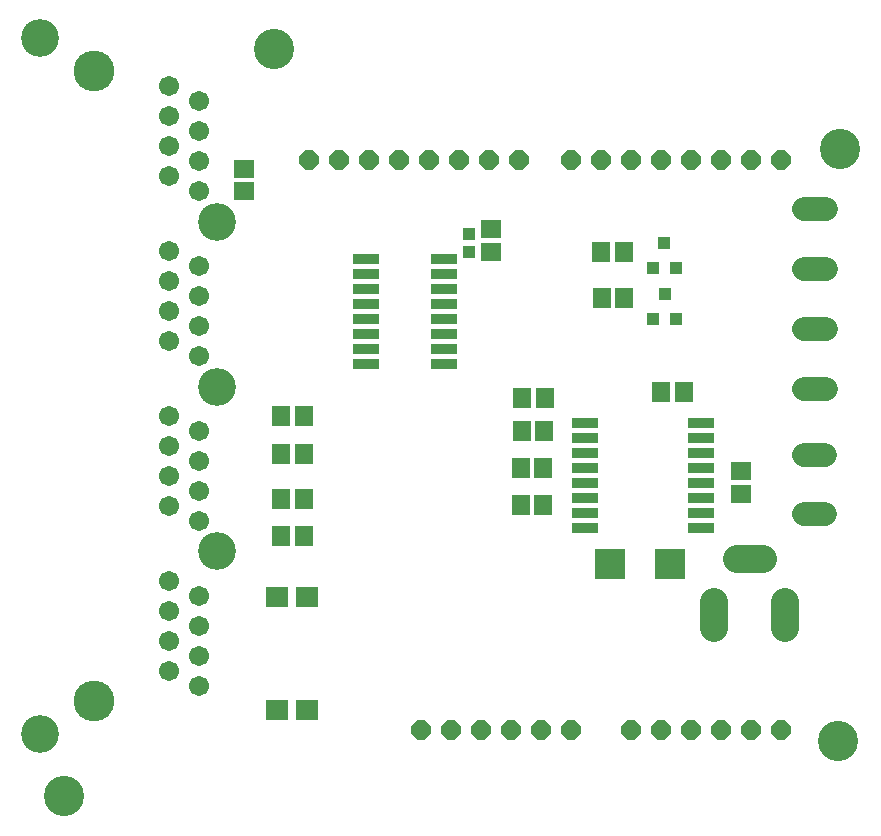
<source format=gts>
G75*
G70*
%OFA0B0*%
%FSLAX24Y24*%
%IPPOS*%
%LPD*%
%AMOC8*
5,1,8,0,0,1.08239X$1,22.5*
%
%ADD10C,0.1340*%
%ADD11OC8,0.0635*%
%ADD12R,0.0781X0.0690*%
%ADD13C,0.0940*%
%ADD14C,0.1360*%
%ADD15C,0.0698*%
%ADD16C,0.0674*%
%ADD17R,0.0592X0.0671*%
%ADD18R,0.0880X0.0340*%
%ADD19R,0.1025X0.1025*%
%ADD20R,0.0671X0.0592*%
%ADD21R,0.0395X0.0395*%
%ADD22R,0.0395X0.0434*%
%ADD23C,0.0790*%
%ADD24C,0.1261*%
D10*
X003141Y001216D03*
X028952Y003058D03*
X029015Y022776D03*
X010141Y026121D03*
D11*
X011301Y022410D03*
X012301Y022410D03*
X013301Y022410D03*
X014301Y022410D03*
X015301Y022410D03*
X016301Y022410D03*
X017301Y022410D03*
X018301Y022410D03*
X020051Y022410D03*
X021051Y022410D03*
X022051Y022410D03*
X023051Y022410D03*
X024051Y022410D03*
X025051Y022410D03*
X026051Y022410D03*
X027051Y022410D03*
X027051Y003410D03*
X026051Y003410D03*
X025051Y003410D03*
X024051Y003410D03*
X023051Y003410D03*
X022051Y003410D03*
X020051Y003410D03*
X019051Y003410D03*
X018051Y003410D03*
X017051Y003410D03*
X016051Y003410D03*
X015051Y003410D03*
D12*
X011234Y004080D03*
X010234Y004080D03*
X010234Y007836D03*
X011234Y007836D03*
D13*
X024825Y007671D02*
X024825Y006811D01*
X027187Y006811D02*
X027187Y007671D01*
X026436Y009131D02*
X025576Y009131D01*
D14*
X004141Y004371D03*
X004141Y025371D03*
D15*
X002342Y026469D03*
X008239Y020371D03*
X008239Y014871D03*
X008239Y009371D03*
X002342Y003273D03*
D16*
X006641Y005371D03*
X006641Y006371D03*
X006641Y007371D03*
X006641Y008371D03*
X007641Y007871D03*
X007641Y006871D03*
X007641Y005871D03*
X007641Y004871D03*
X007641Y010371D03*
X007641Y011371D03*
X007641Y012371D03*
X007641Y013371D03*
X006641Y013871D03*
X006641Y012871D03*
X006641Y011871D03*
X006641Y010871D03*
X007641Y015871D03*
X007641Y016871D03*
X007641Y017871D03*
X007641Y018871D03*
X006641Y019371D03*
X006641Y018371D03*
X006641Y017371D03*
X006641Y016371D03*
X007641Y021371D03*
X007641Y022371D03*
X007641Y023371D03*
X007641Y024371D03*
X006641Y024871D03*
X006641Y023871D03*
X006641Y022871D03*
X006641Y021871D03*
D17*
X010392Y013871D03*
X011140Y013871D03*
X011140Y012621D03*
X010392Y012621D03*
X010392Y011121D03*
X011140Y011121D03*
X011140Y009871D03*
X010392Y009871D03*
X018369Y010899D03*
X019117Y010899D03*
X019117Y012158D03*
X018369Y012158D03*
X018409Y013379D03*
X019157Y013379D03*
X019176Y014471D03*
X018428Y014471D03*
X021076Y017828D03*
X021824Y017828D03*
X021814Y019353D03*
X021066Y019353D03*
X023064Y014668D03*
X023812Y014668D03*
D18*
X024374Y013652D03*
X024374Y013152D03*
X024374Y012652D03*
X024374Y012152D03*
X024374Y011652D03*
X024374Y011152D03*
X024374Y010652D03*
X024374Y010152D03*
X020514Y010152D03*
X020514Y010652D03*
X020514Y011152D03*
X020514Y011652D03*
X020514Y012152D03*
X020514Y012652D03*
X020514Y013152D03*
X020514Y013652D03*
X015821Y015621D03*
X015821Y016121D03*
X015821Y016621D03*
X015821Y017121D03*
X015821Y017621D03*
X015821Y018121D03*
X015821Y018621D03*
X015821Y019121D03*
X013211Y019121D03*
X013211Y018621D03*
X013211Y018121D03*
X013211Y017621D03*
X013211Y017121D03*
X013211Y016621D03*
X013211Y016121D03*
X013211Y015621D03*
D19*
X021365Y008965D03*
X023334Y008965D03*
D20*
X025712Y011292D03*
X025712Y012040D03*
X017395Y019353D03*
X017395Y020101D03*
X009141Y021372D03*
X009141Y022120D03*
D21*
X016666Y019944D03*
X016666Y019353D03*
D22*
X022789Y018822D03*
X023537Y018822D03*
X023163Y019649D03*
X023172Y017946D03*
X022798Y017119D03*
X023546Y017119D03*
D23*
X027823Y016788D02*
X028533Y016788D01*
X028533Y014788D02*
X027823Y014788D01*
X027819Y012591D02*
X028529Y012591D01*
X028529Y010623D02*
X027819Y010623D01*
X027823Y018788D02*
X028533Y018788D01*
X028533Y020788D02*
X027823Y020788D01*
D24*
X008241Y020357D03*
X008241Y014865D03*
X008241Y009373D03*
X002346Y003271D03*
X002346Y026469D03*
M02*

</source>
